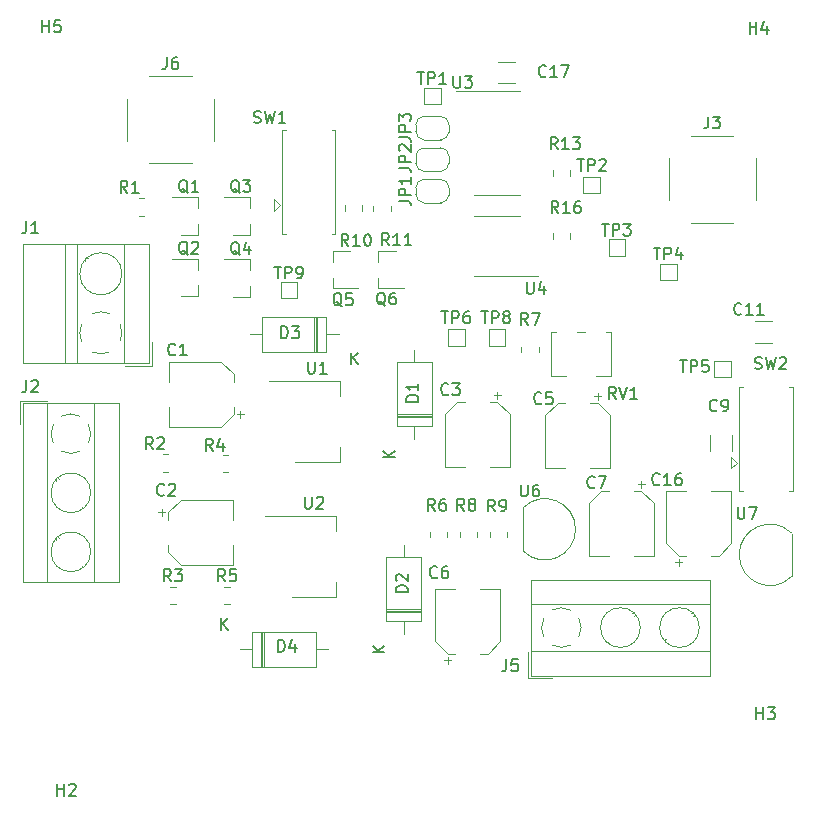
<source format=gbr>
%TF.GenerationSoftware,KiCad,Pcbnew,(5.1.8-0-10_14)*%
%TF.CreationDate,2022-02-24T11:49:15-06:00*%
%TF.ProjectId,SAQ_KiCad_one,5341515f-4b69-4436-9164-5f6f6e652e6b,rev?*%
%TF.SameCoordinates,Original*%
%TF.FileFunction,Legend,Top*%
%TF.FilePolarity,Positive*%
%FSLAX46Y46*%
G04 Gerber Fmt 4.6, Leading zero omitted, Abs format (unit mm)*
G04 Created by KiCad (PCBNEW (5.1.8-0-10_14)) date 2022-02-24 11:49:15*
%MOMM*%
%LPD*%
G01*
G04 APERTURE LIST*
%ADD10C,0.120000*%
%ADD11C,0.150000*%
G04 APERTURE END LIST*
D10*
%TO.C,U7*%
X170188500Y-60156500D02*
X170188500Y-56556500D01*
X170176978Y-56518022D02*
G75*
G03*
X165738500Y-58356500I-1838478J-1838478D01*
G01*
X170176978Y-60194978D02*
G75*
G02*
X165738500Y-58356500I-1838478J1838478D01*
G01*
%TO.C,JP3*%
X139063500Y-21225000D02*
X140463500Y-21225000D01*
X141163500Y-21925000D02*
X141163500Y-22525000D01*
X140463500Y-23225000D02*
X139063500Y-23225000D01*
X138363500Y-22525000D02*
X138363500Y-21925000D01*
X138363500Y-21925000D02*
G75*
G02*
X139063500Y-21225000I700000J0D01*
G01*
X139063500Y-23225000D02*
G75*
G02*
X138363500Y-22525000I0J700000D01*
G01*
X141163500Y-22525000D02*
G75*
G02*
X140463500Y-23225000I-700000J0D01*
G01*
X140463500Y-21225000D02*
G75*
G02*
X141163500Y-21925000I0J-700000D01*
G01*
%TO.C,JP2*%
X139063500Y-23892000D02*
X140463500Y-23892000D01*
X141163500Y-24592000D02*
X141163500Y-25192000D01*
X140463500Y-25892000D02*
X139063500Y-25892000D01*
X138363500Y-25192000D02*
X138363500Y-24592000D01*
X138363500Y-24592000D02*
G75*
G02*
X139063500Y-23892000I700000J0D01*
G01*
X139063500Y-25892000D02*
G75*
G02*
X138363500Y-25192000I0J700000D01*
G01*
X141163500Y-25192000D02*
G75*
G02*
X140463500Y-25892000I-700000J0D01*
G01*
X140463500Y-23892000D02*
G75*
G02*
X141163500Y-24592000I0J-700000D01*
G01*
%TO.C,JP1*%
X139063500Y-26559000D02*
X140463500Y-26559000D01*
X141163500Y-27259000D02*
X141163500Y-27859000D01*
X140463500Y-28559000D02*
X139063500Y-28559000D01*
X138363500Y-27859000D02*
X138363500Y-27259000D01*
X138363500Y-27259000D02*
G75*
G02*
X139063500Y-26559000I700000J0D01*
G01*
X139063500Y-28559000D02*
G75*
G02*
X138363500Y-27859000I0J700000D01*
G01*
X141163500Y-27859000D02*
G75*
G02*
X140463500Y-28559000I-700000J0D01*
G01*
X140463500Y-26559000D02*
G75*
G02*
X141163500Y-27259000I0J-700000D01*
G01*
%TO.C,J6*%
X115802000Y-17846500D02*
X119402000Y-17846500D01*
X115802000Y-25206500D02*
X119402000Y-25206500D01*
X121282000Y-19726500D02*
X121282000Y-23326500D01*
X113922000Y-19726500D02*
X113922000Y-23326500D01*
%TO.C,J3*%
X161649000Y-22863000D02*
X165249000Y-22863000D01*
X161649000Y-30223000D02*
X165249000Y-30223000D01*
X167129000Y-24743000D02*
X167129000Y-28343000D01*
X159769000Y-24743000D02*
X159769000Y-28343000D01*
%TO.C,U4*%
X145226000Y-34754500D02*
X148676000Y-34754500D01*
X145226000Y-34754500D02*
X143276000Y-34754500D01*
X145226000Y-29634500D02*
X147176000Y-29634500D01*
X145226000Y-29634500D02*
X143276000Y-29634500D01*
%TO.C,R11*%
X136244000Y-29246564D02*
X136244000Y-28792436D01*
X134774000Y-29246564D02*
X134774000Y-28792436D01*
%TO.C,U6*%
X147438500Y-54397500D02*
X147438500Y-57997500D01*
X147450022Y-58035978D02*
G75*
G03*
X151888500Y-56197500I1838478J1838478D01*
G01*
X147450022Y-54359022D02*
G75*
G02*
X151888500Y-56197500I1838478J-1838478D01*
G01*
%TO.C,U3*%
X145224500Y-19060000D02*
X141774500Y-19060000D01*
X145224500Y-19060000D02*
X147174500Y-19060000D01*
X145224500Y-27930000D02*
X143274500Y-27930000D01*
X145224500Y-27930000D02*
X147174500Y-27930000D01*
%TO.C,J5*%
X147885500Y-68816000D02*
X149885500Y-68816000D01*
X147885500Y-66576000D02*
X147885500Y-68816000D01*
X159505500Y-65492000D02*
X159411500Y-65585000D01*
X161755500Y-63241000D02*
X161696500Y-63300000D01*
X159675500Y-65732000D02*
X159616500Y-65790000D01*
X161960500Y-63447000D02*
X161866500Y-63540000D01*
X154505500Y-65492000D02*
X154411500Y-65585000D01*
X156755500Y-63241000D02*
X156696500Y-63300000D01*
X154675500Y-65732000D02*
X154616500Y-65790000D01*
X156960500Y-63447000D02*
X156866500Y-63540000D01*
X163245500Y-60456000D02*
X163245500Y-68576000D01*
X148125500Y-60456000D02*
X148125500Y-68576000D01*
X148125500Y-68576000D02*
X163245500Y-68576000D01*
X148125500Y-60456000D02*
X163245500Y-60456000D01*
X148125500Y-62516000D02*
X163245500Y-62516000D01*
X148125500Y-66516000D02*
X163245500Y-66516000D01*
X162365500Y-64516000D02*
G75*
G03*
X162365500Y-64516000I-1680000J0D01*
G01*
X157365500Y-64516000D02*
G75*
G03*
X157365500Y-64516000I-1680000J0D01*
G01*
X150714883Y-66196450D02*
G75*
G02*
X149896500Y-66000000I-29383J1680450D01*
G01*
X149201547Y-65305088D02*
G75*
G02*
X149201500Y-63727000I1483953J789088D01*
G01*
X149896412Y-63032047D02*
G75*
G02*
X151474500Y-63032000I789088J-1483953D01*
G01*
X152169453Y-63726912D02*
G75*
G02*
X152169500Y-65305000I-1483953J-789088D01*
G01*
X151474212Y-65999352D02*
G75*
G02*
X150685500Y-66196000I-788712J1483352D01*
G01*
%TO.C,C17*%
X146761252Y-16616000D02*
X145338748Y-16616000D01*
X146761252Y-18436000D02*
X145338748Y-18436000D01*
%TO.C,C16*%
X160308500Y-59002000D02*
X160933500Y-59002000D01*
X160621000Y-59314500D02*
X160621000Y-58689500D01*
X164001563Y-58449500D02*
X165066000Y-57385063D01*
X160610437Y-58449500D02*
X159546000Y-57385063D01*
X160610437Y-58449500D02*
X161246000Y-58449500D01*
X164001563Y-58449500D02*
X163366000Y-58449500D01*
X165066000Y-57385063D02*
X165066000Y-52929500D01*
X159546000Y-57385063D02*
X159546000Y-52929500D01*
X159546000Y-52929500D02*
X161246000Y-52929500D01*
X165066000Y-52929500D02*
X163366000Y-52929500D01*
%TO.C,C7*%
X157763000Y-52377000D02*
X157138000Y-52377000D01*
X157450500Y-52064500D02*
X157450500Y-52689500D01*
X154069937Y-52929500D02*
X153005500Y-53993937D01*
X157461063Y-52929500D02*
X158525500Y-53993937D01*
X157461063Y-52929500D02*
X156825500Y-52929500D01*
X154069937Y-52929500D02*
X154705500Y-52929500D01*
X153005500Y-53993937D02*
X153005500Y-58449500D01*
X158525500Y-53993937D02*
X158525500Y-58449500D01*
X158525500Y-58449500D02*
X156825500Y-58449500D01*
X153005500Y-58449500D02*
X154705500Y-58449500D01*
%TO.C,C11*%
X168541752Y-38587000D02*
X167119248Y-38587000D01*
X168541752Y-40407000D02*
X167119248Y-40407000D01*
%TO.C,TP9*%
X126935000Y-35241000D02*
X128335000Y-35241000D01*
X128335000Y-35241000D02*
X128335000Y-36641000D01*
X128335000Y-36641000D02*
X126935000Y-36641000D01*
X126935000Y-36641000D02*
X126935000Y-35241000D01*
%TO.C,TP8*%
X144524500Y-39241500D02*
X145924500Y-39241500D01*
X145924500Y-39241500D02*
X145924500Y-40641500D01*
X145924500Y-40641500D02*
X144524500Y-40641500D01*
X144524500Y-40641500D02*
X144524500Y-39241500D01*
%TO.C,TP6*%
X141095500Y-39241500D02*
X142495500Y-39241500D01*
X142495500Y-39241500D02*
X142495500Y-40641500D01*
X142495500Y-40641500D02*
X141095500Y-40641500D01*
X141095500Y-40641500D02*
X141095500Y-39241500D01*
%TO.C,TP5*%
X163638000Y-41908500D02*
X165038000Y-41908500D01*
X165038000Y-41908500D02*
X165038000Y-43308500D01*
X165038000Y-43308500D02*
X163638000Y-43308500D01*
X163638000Y-43308500D02*
X163638000Y-41908500D01*
%TO.C,TP4*%
X159066000Y-33717000D02*
X160466000Y-33717000D01*
X160466000Y-33717000D02*
X160466000Y-35117000D01*
X160466000Y-35117000D02*
X159066000Y-35117000D01*
X159066000Y-35117000D02*
X159066000Y-33717000D01*
%TO.C,TP3*%
X154684500Y-31621500D02*
X156084500Y-31621500D01*
X156084500Y-31621500D02*
X156084500Y-33021500D01*
X156084500Y-33021500D02*
X154684500Y-33021500D01*
X154684500Y-33021500D02*
X154684500Y-31621500D01*
%TO.C,TP2*%
X152525500Y-26351000D02*
X153925500Y-26351000D01*
X153925500Y-26351000D02*
X153925500Y-27751000D01*
X153925500Y-27751000D02*
X152525500Y-27751000D01*
X152525500Y-27751000D02*
X152525500Y-26351000D01*
%TO.C,TP1*%
X139063500Y-18794500D02*
X140463500Y-18794500D01*
X140463500Y-18794500D02*
X140463500Y-20194500D01*
X140463500Y-20194500D02*
X139063500Y-20194500D01*
X139063500Y-20194500D02*
X139063500Y-18794500D01*
%TO.C,U2*%
X125630500Y-55073500D02*
X131640500Y-55073500D01*
X127880500Y-61893500D02*
X131640500Y-61893500D01*
X131640500Y-55073500D02*
X131640500Y-56333500D01*
X131640500Y-61893500D02*
X131640500Y-60633500D01*
%TO.C,U1*%
X125891720Y-43651120D02*
X131901720Y-43651120D01*
X128141720Y-50471120D02*
X131901720Y-50471120D01*
X131901720Y-43651120D02*
X131901720Y-44911120D01*
X131901720Y-50471120D02*
X131901720Y-49211120D01*
%TO.C,SW2*%
X165061000Y-50046000D02*
X165061000Y-51046000D01*
X165561000Y-50546000D02*
X165061000Y-50046000D01*
X165061000Y-51046000D02*
X165561000Y-50546000D01*
X170281000Y-44136000D02*
X169971000Y-44136000D01*
X170281000Y-52956000D02*
X169971000Y-52956000D01*
X166071000Y-52956000D02*
X165761000Y-52956000D01*
X170281000Y-44136000D02*
X170281000Y-52956000D01*
X165761000Y-44136000D02*
X166071000Y-44136000D01*
X165761000Y-52956000D02*
X165761000Y-44136000D01*
%TO.C,SW1*%
X126326000Y-28265500D02*
X126326000Y-29265500D01*
X126826000Y-28765500D02*
X126326000Y-28265500D01*
X126326000Y-29265500D02*
X126826000Y-28765500D01*
X131546000Y-22355500D02*
X131236000Y-22355500D01*
X131546000Y-31175500D02*
X131236000Y-31175500D01*
X127336000Y-31175500D02*
X127026000Y-31175500D01*
X131546000Y-22355500D02*
X131546000Y-31175500D01*
X127026000Y-22355500D02*
X127336000Y-22355500D01*
X127026000Y-31175500D02*
X127026000Y-22355500D01*
%TO.C,RV1*%
X154856500Y-39468500D02*
X154856500Y-43208500D01*
X149816500Y-39468500D02*
X149816500Y-43208500D01*
X153576500Y-43208500D02*
X154856500Y-43208500D01*
X149816500Y-43208500D02*
X151096500Y-43208500D01*
X151976500Y-39468500D02*
X152696500Y-39468500D01*
X149816500Y-39468500D02*
X150196500Y-39468500D01*
X154476500Y-39468500D02*
X154856500Y-39468500D01*
%TO.C,R16*%
X149950500Y-31141936D02*
X149950500Y-31596064D01*
X151420500Y-31141936D02*
X151420500Y-31596064D01*
%TO.C,R13*%
X149950500Y-25807936D02*
X149950500Y-26262064D01*
X151420500Y-25807936D02*
X151420500Y-26262064D01*
%TO.C,R10*%
X132361000Y-28776436D02*
X132361000Y-29230564D01*
X133831000Y-28776436D02*
X133831000Y-29230564D01*
%TO.C,R9*%
X144616500Y-56414936D02*
X144616500Y-56869064D01*
X146086500Y-56414936D02*
X146086500Y-56869064D01*
%TO.C,R8*%
X143554500Y-56869064D02*
X143554500Y-56414936D01*
X142084500Y-56869064D02*
X142084500Y-56414936D01*
%TO.C,R7*%
X147283500Y-40730436D02*
X147283500Y-41184564D01*
X148753500Y-40730436D02*
X148753500Y-41184564D01*
%TO.C,R6*%
X139552500Y-56414936D02*
X139552500Y-56869064D01*
X141022500Y-56414936D02*
X141022500Y-56869064D01*
%TO.C,R5*%
X122153436Y-62520500D02*
X122607564Y-62520500D01*
X122153436Y-61050500D02*
X122607564Y-61050500D01*
%TO.C,R4*%
X122464564Y-49874500D02*
X122010436Y-49874500D01*
X122464564Y-51344500D02*
X122010436Y-51344500D01*
%TO.C,R3*%
X117565436Y-62520500D02*
X118019564Y-62520500D01*
X117565436Y-61050500D02*
X118019564Y-61050500D01*
%TO.C,R2*%
X117384564Y-49858500D02*
X116930436Y-49858500D01*
X117384564Y-51328500D02*
X116930436Y-51328500D01*
%TO.C,R1*%
X115352564Y-28157500D02*
X114898436Y-28157500D01*
X115352564Y-29627500D02*
X114898436Y-29627500D01*
%TO.C,Q6*%
X135193500Y-32646500D02*
X136653500Y-32646500D01*
X135193500Y-35806500D02*
X137353500Y-35806500D01*
X135193500Y-35806500D02*
X135193500Y-34876500D01*
X135193500Y-32646500D02*
X135193500Y-33576500D01*
%TO.C,Q5*%
X131320000Y-32646500D02*
X132780000Y-32646500D01*
X131320000Y-35806500D02*
X133480000Y-35806500D01*
X131320000Y-35806500D02*
X131320000Y-34876500D01*
X131320000Y-32646500D02*
X131320000Y-33576500D01*
%TO.C,Q4*%
X124310680Y-36505000D02*
X122850680Y-36505000D01*
X124310680Y-33345000D02*
X122150680Y-33345000D01*
X124310680Y-33345000D02*
X124310680Y-34275000D01*
X124310680Y-36505000D02*
X124310680Y-35575000D01*
%TO.C,Q3*%
X124310680Y-31247200D02*
X122850680Y-31247200D01*
X124310680Y-28087200D02*
X122150680Y-28087200D01*
X124310680Y-28087200D02*
X124310680Y-29017200D01*
X124310680Y-31247200D02*
X124310680Y-30317200D01*
%TO.C,Q2*%
X119911400Y-36471980D02*
X118451400Y-36471980D01*
X119911400Y-33311980D02*
X117751400Y-33311980D01*
X119911400Y-33311980D02*
X119911400Y-34241980D01*
X119911400Y-36471980D02*
X119911400Y-35541980D01*
%TO.C,Q1*%
X119911400Y-31247200D02*
X118451400Y-31247200D01*
X119911400Y-28087200D02*
X117751400Y-28087200D01*
X119911400Y-28087200D02*
X119911400Y-29017200D01*
X119911400Y-31247200D02*
X119911400Y-30317200D01*
%TO.C,J2*%
X104856500Y-45302500D02*
X104856500Y-47302500D01*
X107096500Y-45302500D02*
X104856500Y-45302500D01*
X108180500Y-56922500D02*
X108087500Y-56828500D01*
X110431500Y-59172500D02*
X110372500Y-59113500D01*
X107940500Y-57092500D02*
X107882500Y-57033500D01*
X110225500Y-59377500D02*
X110132500Y-59283500D01*
X108180500Y-51922500D02*
X108087500Y-51828500D01*
X110431500Y-54172500D02*
X110372500Y-54113500D01*
X107940500Y-52092500D02*
X107882500Y-52033500D01*
X110225500Y-54377500D02*
X110132500Y-54283500D01*
X113216500Y-60662500D02*
X105096500Y-60662500D01*
X113216500Y-45542500D02*
X105096500Y-45542500D01*
X105096500Y-45542500D02*
X105096500Y-60662500D01*
X113216500Y-45542500D02*
X113216500Y-60662500D01*
X111156500Y-45542500D02*
X111156500Y-60662500D01*
X107156500Y-45542500D02*
X107156500Y-60662500D01*
X110836500Y-58102500D02*
G75*
G03*
X110836500Y-58102500I-1680000J0D01*
G01*
X110836500Y-53102500D02*
G75*
G03*
X110836500Y-53102500I-1680000J0D01*
G01*
X107476050Y-48131883D02*
G75*
G02*
X107672500Y-47313500I1680450J29383D01*
G01*
X108367412Y-46618547D02*
G75*
G02*
X109945500Y-46618500I789088J-1483953D01*
G01*
X110640453Y-47313412D02*
G75*
G02*
X110640500Y-48891500I-1483953J-789088D01*
G01*
X109945588Y-49586453D02*
G75*
G02*
X108367500Y-49586500I-789088J1483953D01*
G01*
X107673148Y-48891212D02*
G75*
G02*
X107476500Y-48102500I1483352J788712D01*
G01*
%TO.C,J1*%
X115996500Y-42360500D02*
X115996500Y-40360500D01*
X113756500Y-42360500D02*
X115996500Y-42360500D01*
X112779500Y-35860500D02*
X112829500Y-35910500D01*
X110346500Y-33427500D02*
X110370500Y-33452500D01*
X113021500Y-35668500D02*
X113046500Y-35692500D01*
X110563500Y-33210500D02*
X110613500Y-33259500D01*
X105136500Y-32000500D02*
X115756500Y-32000500D01*
X105136500Y-42120500D02*
X115756500Y-42120500D01*
X115756500Y-42120500D02*
X115756500Y-32000500D01*
X105136500Y-42120500D02*
X105136500Y-32000500D01*
X108696500Y-42120500D02*
X108696500Y-32000500D01*
X109696500Y-42120500D02*
X109696500Y-32000500D01*
X113696500Y-42120500D02*
X113696500Y-32000500D01*
X113476500Y-34560500D02*
G75*
G03*
X113476500Y-34560500I-1780000J0D01*
G01*
X113476889Y-39529686D02*
G75*
G02*
X113335500Y-40256500I-1780389J-30814D01*
G01*
X112392016Y-41199705D02*
G75*
G02*
X111000500Y-41199500I-695516J1639205D01*
G01*
X110057295Y-40256016D02*
G75*
G02*
X110057500Y-38864500I1639205J695516D01*
G01*
X111000984Y-37921295D02*
G75*
G02*
X112392500Y-37921500I695516J-1639205D01*
G01*
X113334999Y-38864999D02*
G75*
G02*
X113476500Y-39560500I-1638499J-695501D01*
G01*
%TO.C,D4*%
X125250500Y-64887500D02*
X125250500Y-67827500D01*
X125490500Y-64887500D02*
X125490500Y-67827500D01*
X125370500Y-64887500D02*
X125370500Y-67827500D01*
X130930500Y-66357500D02*
X129910500Y-66357500D01*
X123450500Y-66357500D02*
X124470500Y-66357500D01*
X129910500Y-64887500D02*
X124470500Y-64887500D01*
X129910500Y-67827500D02*
X129910500Y-64887500D01*
X124470500Y-67827500D02*
X129910500Y-67827500D01*
X124470500Y-64887500D02*
X124470500Y-67827500D01*
%TO.C,D3*%
X130019500Y-41157500D02*
X130019500Y-38217500D01*
X129779500Y-41157500D02*
X129779500Y-38217500D01*
X129899500Y-41157500D02*
X129899500Y-38217500D01*
X124339500Y-39687500D02*
X125359500Y-39687500D01*
X131819500Y-39687500D02*
X130799500Y-39687500D01*
X125359500Y-41157500D02*
X130799500Y-41157500D01*
X125359500Y-38217500D02*
X125359500Y-41157500D01*
X130799500Y-38217500D02*
X125359500Y-38217500D01*
X130799500Y-41157500D02*
X130799500Y-38217500D01*
%TO.C,D2*%
X135880500Y-63217500D02*
X138820500Y-63217500D01*
X135880500Y-62977500D02*
X138820500Y-62977500D01*
X135880500Y-63097500D02*
X138820500Y-63097500D01*
X137350500Y-57537500D02*
X137350500Y-58557500D01*
X137350500Y-65017500D02*
X137350500Y-63997500D01*
X135880500Y-58557500D02*
X135880500Y-63997500D01*
X138820500Y-58557500D02*
X135880500Y-58557500D01*
X138820500Y-63997500D02*
X138820500Y-58557500D01*
X135880500Y-63997500D02*
X138820500Y-63997500D01*
%TO.C,D1*%
X136769500Y-46707500D02*
X139709500Y-46707500D01*
X136769500Y-46467500D02*
X139709500Y-46467500D01*
X136769500Y-46587500D02*
X139709500Y-46587500D01*
X138239500Y-41027500D02*
X138239500Y-42047500D01*
X138239500Y-48507500D02*
X138239500Y-47487500D01*
X136769500Y-42047500D02*
X136769500Y-47487500D01*
X139709500Y-42047500D02*
X136769500Y-42047500D01*
X139709500Y-47487500D02*
X139709500Y-42047500D01*
X136769500Y-47487500D02*
X139709500Y-47487500D01*
%TO.C,C9*%
X163301000Y-48183748D02*
X163301000Y-49606252D01*
X165121000Y-48183748D02*
X165121000Y-49606252D01*
%TO.C,C6*%
X140750500Y-67279500D02*
X141375500Y-67279500D01*
X141063000Y-67592000D02*
X141063000Y-66967000D01*
X144443563Y-66727000D02*
X145508000Y-65662563D01*
X141052437Y-66727000D02*
X139988000Y-65662563D01*
X141052437Y-66727000D02*
X141688000Y-66727000D01*
X144443563Y-66727000D02*
X143808000Y-66727000D01*
X145508000Y-65662563D02*
X145508000Y-61207000D01*
X139988000Y-65662563D02*
X139988000Y-61207000D01*
X139988000Y-61207000D02*
X141688000Y-61207000D01*
X145508000Y-61207000D02*
X143808000Y-61207000D01*
%TO.C,C5*%
X154080000Y-44925000D02*
X153455000Y-44925000D01*
X153767500Y-44612500D02*
X153767500Y-45237500D01*
X150386937Y-45477500D02*
X149322500Y-46541937D01*
X153778063Y-45477500D02*
X154842500Y-46541937D01*
X153778063Y-45477500D02*
X153142500Y-45477500D01*
X150386937Y-45477500D02*
X151022500Y-45477500D01*
X149322500Y-46541937D02*
X149322500Y-50997500D01*
X154842500Y-46541937D02*
X154842500Y-50997500D01*
X154842500Y-50997500D02*
X153142500Y-50997500D01*
X149322500Y-50997500D02*
X151022500Y-50997500D01*
%TO.C,C3*%
X145571000Y-44843000D02*
X144946000Y-44843000D01*
X145258500Y-44530500D02*
X145258500Y-45155500D01*
X141877937Y-45395500D02*
X140813500Y-46459937D01*
X145269063Y-45395500D02*
X146333500Y-46459937D01*
X145269063Y-45395500D02*
X144633500Y-45395500D01*
X141877937Y-45395500D02*
X142513500Y-45395500D01*
X140813500Y-46459937D02*
X140813500Y-50915500D01*
X146333500Y-46459937D02*
X146333500Y-50915500D01*
X146333500Y-50915500D02*
X144633500Y-50915500D01*
X140813500Y-50915500D02*
X142513500Y-50915500D01*
%TO.C,C2*%
X116852000Y-54454000D02*
X116852000Y-55079000D01*
X116539500Y-54766500D02*
X117164500Y-54766500D01*
X117404500Y-58147063D02*
X118468937Y-59211500D01*
X117404500Y-54755937D02*
X118468937Y-53691500D01*
X117404500Y-54755937D02*
X117404500Y-55391500D01*
X117404500Y-58147063D02*
X117404500Y-57511500D01*
X118468937Y-59211500D02*
X122924500Y-59211500D01*
X118468937Y-53691500D02*
X122924500Y-53691500D01*
X122924500Y-53691500D02*
X122924500Y-55391500D01*
X122924500Y-59211500D02*
X122924500Y-57511500D01*
%TO.C,C1*%
X123518000Y-46765000D02*
X123518000Y-46140000D01*
X123830500Y-46452500D02*
X123205500Y-46452500D01*
X122965500Y-43071937D02*
X121901063Y-42007500D01*
X122965500Y-46463063D02*
X121901063Y-47527500D01*
X122965500Y-46463063D02*
X122965500Y-45827500D01*
X122965500Y-43071937D02*
X122965500Y-43707500D01*
X121901063Y-42007500D02*
X117445500Y-42007500D01*
X121901063Y-47527500D02*
X117445500Y-47527500D01*
X117445500Y-47527500D02*
X117445500Y-45827500D01*
X117445500Y-42007500D02*
X117445500Y-43707500D01*
%TO.C,U7*%
D11*
X165608095Y-54316380D02*
X165608095Y-55125904D01*
X165655714Y-55221142D01*
X165703333Y-55268761D01*
X165798571Y-55316380D01*
X165989047Y-55316380D01*
X166084285Y-55268761D01*
X166131904Y-55221142D01*
X166179523Y-55125904D01*
X166179523Y-54316380D01*
X166560476Y-54316380D02*
X167227142Y-54316380D01*
X166798571Y-55316380D01*
%TO.C,JP3*%
X136929880Y-22994833D02*
X137644166Y-22994833D01*
X137787023Y-23042452D01*
X137882261Y-23137690D01*
X137929880Y-23280547D01*
X137929880Y-23375785D01*
X137929880Y-22518642D02*
X136929880Y-22518642D01*
X136929880Y-22137690D01*
X136977500Y-22042452D01*
X137025119Y-21994833D01*
X137120357Y-21947214D01*
X137263214Y-21947214D01*
X137358452Y-21994833D01*
X137406071Y-22042452D01*
X137453690Y-22137690D01*
X137453690Y-22518642D01*
X136929880Y-21613880D02*
X136929880Y-20994833D01*
X137310833Y-21328166D01*
X137310833Y-21185309D01*
X137358452Y-21090071D01*
X137406071Y-21042452D01*
X137501309Y-20994833D01*
X137739404Y-20994833D01*
X137834642Y-21042452D01*
X137882261Y-21090071D01*
X137929880Y-21185309D01*
X137929880Y-21471023D01*
X137882261Y-21566261D01*
X137834642Y-21613880D01*
%TO.C,JP2*%
X136929880Y-25598333D02*
X137644166Y-25598333D01*
X137787023Y-25645952D01*
X137882261Y-25741190D01*
X137929880Y-25884047D01*
X137929880Y-25979285D01*
X137929880Y-25122142D02*
X136929880Y-25122142D01*
X136929880Y-24741190D01*
X136977500Y-24645952D01*
X137025119Y-24598333D01*
X137120357Y-24550714D01*
X137263214Y-24550714D01*
X137358452Y-24598333D01*
X137406071Y-24645952D01*
X137453690Y-24741190D01*
X137453690Y-25122142D01*
X137025119Y-24169761D02*
X136977500Y-24122142D01*
X136929880Y-24026904D01*
X136929880Y-23788809D01*
X136977500Y-23693571D01*
X137025119Y-23645952D01*
X137120357Y-23598333D01*
X137215595Y-23598333D01*
X137358452Y-23645952D01*
X137929880Y-24217380D01*
X137929880Y-23598333D01*
%TO.C,JP1*%
X136929880Y-28392333D02*
X137644166Y-28392333D01*
X137787023Y-28439952D01*
X137882261Y-28535190D01*
X137929880Y-28678047D01*
X137929880Y-28773285D01*
X137929880Y-27916142D02*
X136929880Y-27916142D01*
X136929880Y-27535190D01*
X136977500Y-27439952D01*
X137025119Y-27392333D01*
X137120357Y-27344714D01*
X137263214Y-27344714D01*
X137358452Y-27392333D01*
X137406071Y-27439952D01*
X137453690Y-27535190D01*
X137453690Y-27916142D01*
X137929880Y-26392333D02*
X137929880Y-26963761D01*
X137929880Y-26678047D02*
X136929880Y-26678047D01*
X137072738Y-26773285D01*
X137167976Y-26868523D01*
X137215595Y-26963761D01*
%TO.C,J6*%
X117268666Y-16228880D02*
X117268666Y-16943166D01*
X117221047Y-17086023D01*
X117125809Y-17181261D01*
X116982952Y-17228880D01*
X116887714Y-17228880D01*
X118173428Y-16228880D02*
X117982952Y-16228880D01*
X117887714Y-16276500D01*
X117840095Y-16324119D01*
X117744857Y-16466976D01*
X117697238Y-16657452D01*
X117697238Y-17038404D01*
X117744857Y-17133642D01*
X117792476Y-17181261D01*
X117887714Y-17228880D01*
X118078190Y-17228880D01*
X118173428Y-17181261D01*
X118221047Y-17133642D01*
X118268666Y-17038404D01*
X118268666Y-16800309D01*
X118221047Y-16705071D01*
X118173428Y-16657452D01*
X118078190Y-16609833D01*
X117887714Y-16609833D01*
X117792476Y-16657452D01*
X117744857Y-16705071D01*
X117697238Y-16800309D01*
%TO.C,J3*%
X163115666Y-21245380D02*
X163115666Y-21959666D01*
X163068047Y-22102523D01*
X162972809Y-22197761D01*
X162829952Y-22245380D01*
X162734714Y-22245380D01*
X163496619Y-21245380D02*
X164115666Y-21245380D01*
X163782333Y-21626333D01*
X163925190Y-21626333D01*
X164020428Y-21673952D01*
X164068047Y-21721571D01*
X164115666Y-21816809D01*
X164115666Y-22054904D01*
X164068047Y-22150142D01*
X164020428Y-22197761D01*
X163925190Y-22245380D01*
X163639476Y-22245380D01*
X163544238Y-22197761D01*
X163496619Y-22150142D01*
%TO.C,U4*%
X147763555Y-35251140D02*
X147763555Y-36060664D01*
X147811174Y-36155902D01*
X147858793Y-36203521D01*
X147954031Y-36251140D01*
X148144507Y-36251140D01*
X148239745Y-36203521D01*
X148287364Y-36155902D01*
X148334983Y-36060664D01*
X148334983Y-35251140D01*
X149239745Y-35584474D02*
X149239745Y-36251140D01*
X149001650Y-35203521D02*
X148763555Y-35917807D01*
X149382602Y-35917807D01*
%TO.C,R11*%
X136072642Y-32138880D02*
X135739309Y-31662690D01*
X135501214Y-32138880D02*
X135501214Y-31138880D01*
X135882166Y-31138880D01*
X135977404Y-31186500D01*
X136025023Y-31234119D01*
X136072642Y-31329357D01*
X136072642Y-31472214D01*
X136025023Y-31567452D01*
X135977404Y-31615071D01*
X135882166Y-31662690D01*
X135501214Y-31662690D01*
X137025023Y-32138880D02*
X136453595Y-32138880D01*
X136739309Y-32138880D02*
X136739309Y-31138880D01*
X136644071Y-31281738D01*
X136548833Y-31376976D01*
X136453595Y-31424595D01*
X137977404Y-32138880D02*
X137405976Y-32138880D01*
X137691690Y-32138880D02*
X137691690Y-31138880D01*
X137596452Y-31281738D01*
X137501214Y-31376976D01*
X137405976Y-31424595D01*
%TO.C,U6*%
X147256595Y-52411380D02*
X147256595Y-53220904D01*
X147304214Y-53316142D01*
X147351833Y-53363761D01*
X147447071Y-53411380D01*
X147637547Y-53411380D01*
X147732785Y-53363761D01*
X147780404Y-53316142D01*
X147828023Y-53220904D01*
X147828023Y-52411380D01*
X148732785Y-52411380D02*
X148542309Y-52411380D01*
X148447071Y-52459000D01*
X148399452Y-52506619D01*
X148304214Y-52649476D01*
X148256595Y-52839952D01*
X148256595Y-53220904D01*
X148304214Y-53316142D01*
X148351833Y-53363761D01*
X148447071Y-53411380D01*
X148637547Y-53411380D01*
X148732785Y-53363761D01*
X148780404Y-53316142D01*
X148828023Y-53220904D01*
X148828023Y-52982809D01*
X148780404Y-52887571D01*
X148732785Y-52839952D01*
X148637547Y-52792333D01*
X148447071Y-52792333D01*
X148351833Y-52839952D01*
X148304214Y-52887571D01*
X148256595Y-52982809D01*
%TO.C,U3*%
X141541595Y-17803880D02*
X141541595Y-18613404D01*
X141589214Y-18708642D01*
X141636833Y-18756261D01*
X141732071Y-18803880D01*
X141922547Y-18803880D01*
X142017785Y-18756261D01*
X142065404Y-18708642D01*
X142113023Y-18613404D01*
X142113023Y-17803880D01*
X142493976Y-17803880D02*
X143113023Y-17803880D01*
X142779690Y-18184833D01*
X142922547Y-18184833D01*
X143017785Y-18232452D01*
X143065404Y-18280071D01*
X143113023Y-18375309D01*
X143113023Y-18613404D01*
X143065404Y-18708642D01*
X143017785Y-18756261D01*
X142922547Y-18803880D01*
X142636833Y-18803880D01*
X142541595Y-18756261D01*
X142493976Y-18708642D01*
%TO.C,J5*%
X146034166Y-67206880D02*
X146034166Y-67921166D01*
X145986547Y-68064023D01*
X145891309Y-68159261D01*
X145748452Y-68206880D01*
X145653214Y-68206880D01*
X146986547Y-67206880D02*
X146510357Y-67206880D01*
X146462738Y-67683071D01*
X146510357Y-67635452D01*
X146605595Y-67587833D01*
X146843690Y-67587833D01*
X146938928Y-67635452D01*
X146986547Y-67683071D01*
X147034166Y-67778309D01*
X147034166Y-68016404D01*
X146986547Y-68111642D01*
X146938928Y-68159261D01*
X146843690Y-68206880D01*
X146605595Y-68206880D01*
X146510357Y-68159261D01*
X146462738Y-68111642D01*
%TO.C,C17*%
X149382642Y-17819642D02*
X149335023Y-17867261D01*
X149192166Y-17914880D01*
X149096928Y-17914880D01*
X148954071Y-17867261D01*
X148858833Y-17772023D01*
X148811214Y-17676785D01*
X148763595Y-17486309D01*
X148763595Y-17343452D01*
X148811214Y-17152976D01*
X148858833Y-17057738D01*
X148954071Y-16962500D01*
X149096928Y-16914880D01*
X149192166Y-16914880D01*
X149335023Y-16962500D01*
X149382642Y-17010119D01*
X150335023Y-17914880D02*
X149763595Y-17914880D01*
X150049309Y-17914880D02*
X150049309Y-16914880D01*
X149954071Y-17057738D01*
X149858833Y-17152976D01*
X149763595Y-17200595D01*
X150668357Y-16914880D02*
X151335023Y-16914880D01*
X150906452Y-17914880D01*
%TO.C,C16*%
X158996142Y-52363642D02*
X158948523Y-52411261D01*
X158805666Y-52458880D01*
X158710428Y-52458880D01*
X158567571Y-52411261D01*
X158472333Y-52316023D01*
X158424714Y-52220785D01*
X158377095Y-52030309D01*
X158377095Y-51887452D01*
X158424714Y-51696976D01*
X158472333Y-51601738D01*
X158567571Y-51506500D01*
X158710428Y-51458880D01*
X158805666Y-51458880D01*
X158948523Y-51506500D01*
X158996142Y-51554119D01*
X159948523Y-52458880D02*
X159377095Y-52458880D01*
X159662809Y-52458880D02*
X159662809Y-51458880D01*
X159567571Y-51601738D01*
X159472333Y-51696976D01*
X159377095Y-51744595D01*
X160805666Y-51458880D02*
X160615190Y-51458880D01*
X160519952Y-51506500D01*
X160472333Y-51554119D01*
X160377095Y-51696976D01*
X160329476Y-51887452D01*
X160329476Y-52268404D01*
X160377095Y-52363642D01*
X160424714Y-52411261D01*
X160519952Y-52458880D01*
X160710428Y-52458880D01*
X160805666Y-52411261D01*
X160853285Y-52363642D01*
X160900904Y-52268404D01*
X160900904Y-52030309D01*
X160853285Y-51935071D01*
X160805666Y-51887452D01*
X160710428Y-51839833D01*
X160519952Y-51839833D01*
X160424714Y-51887452D01*
X160377095Y-51935071D01*
X160329476Y-52030309D01*
%TO.C,C7*%
X153503333Y-52617642D02*
X153455714Y-52665261D01*
X153312857Y-52712880D01*
X153217619Y-52712880D01*
X153074761Y-52665261D01*
X152979523Y-52570023D01*
X152931904Y-52474785D01*
X152884285Y-52284309D01*
X152884285Y-52141452D01*
X152931904Y-51950976D01*
X152979523Y-51855738D01*
X153074761Y-51760500D01*
X153217619Y-51712880D01*
X153312857Y-51712880D01*
X153455714Y-51760500D01*
X153503333Y-51808119D01*
X153836666Y-51712880D02*
X154503333Y-51712880D01*
X154074761Y-52712880D01*
%TO.C,C11*%
X165917642Y-37949142D02*
X165870023Y-37996761D01*
X165727166Y-38044380D01*
X165631928Y-38044380D01*
X165489071Y-37996761D01*
X165393833Y-37901523D01*
X165346214Y-37806285D01*
X165298595Y-37615809D01*
X165298595Y-37472952D01*
X165346214Y-37282476D01*
X165393833Y-37187238D01*
X165489071Y-37092000D01*
X165631928Y-37044380D01*
X165727166Y-37044380D01*
X165870023Y-37092000D01*
X165917642Y-37139619D01*
X166870023Y-38044380D02*
X166298595Y-38044380D01*
X166584309Y-38044380D02*
X166584309Y-37044380D01*
X166489071Y-37187238D01*
X166393833Y-37282476D01*
X166298595Y-37330095D01*
X167822404Y-38044380D02*
X167250976Y-38044380D01*
X167536690Y-38044380D02*
X167536690Y-37044380D01*
X167441452Y-37187238D01*
X167346214Y-37282476D01*
X167250976Y-37330095D01*
%TO.C,H5*%
X106738095Y-14104880D02*
X106738095Y-13104880D01*
X106738095Y-13581071D02*
X107309523Y-13581071D01*
X107309523Y-14104880D02*
X107309523Y-13104880D01*
X108261904Y-13104880D02*
X107785714Y-13104880D01*
X107738095Y-13581071D01*
X107785714Y-13533452D01*
X107880952Y-13485833D01*
X108119047Y-13485833D01*
X108214285Y-13533452D01*
X108261904Y-13581071D01*
X108309523Y-13676309D01*
X108309523Y-13914404D01*
X108261904Y-14009642D01*
X108214285Y-14057261D01*
X108119047Y-14104880D01*
X107880952Y-14104880D01*
X107785714Y-14057261D01*
X107738095Y-14009642D01*
%TO.C,H4*%
X166624095Y-14231880D02*
X166624095Y-13231880D01*
X166624095Y-13708071D02*
X167195523Y-13708071D01*
X167195523Y-14231880D02*
X167195523Y-13231880D01*
X168100285Y-13565214D02*
X168100285Y-14231880D01*
X167862190Y-13184261D02*
X167624095Y-13898547D01*
X168243142Y-13898547D01*
%TO.C,H3*%
X167195595Y-72270880D02*
X167195595Y-71270880D01*
X167195595Y-71747071D02*
X167767023Y-71747071D01*
X167767023Y-72270880D02*
X167767023Y-71270880D01*
X168147976Y-71270880D02*
X168767023Y-71270880D01*
X168433690Y-71651833D01*
X168576547Y-71651833D01*
X168671785Y-71699452D01*
X168719404Y-71747071D01*
X168767023Y-71842309D01*
X168767023Y-72080404D01*
X168719404Y-72175642D01*
X168671785Y-72223261D01*
X168576547Y-72270880D01*
X168290833Y-72270880D01*
X168195595Y-72223261D01*
X168147976Y-72175642D01*
%TO.C,H2*%
X108013595Y-78747880D02*
X108013595Y-77747880D01*
X108013595Y-78224071D02*
X108585023Y-78224071D01*
X108585023Y-78747880D02*
X108585023Y-77747880D01*
X109013595Y-77843119D02*
X109061214Y-77795500D01*
X109156452Y-77747880D01*
X109394547Y-77747880D01*
X109489785Y-77795500D01*
X109537404Y-77843119D01*
X109585023Y-77938357D01*
X109585023Y-78033595D01*
X109537404Y-78176452D01*
X108965976Y-78747880D01*
X109585023Y-78747880D01*
%TO.C,TP9*%
X126373095Y-33945380D02*
X126944523Y-33945380D01*
X126658809Y-34945380D02*
X126658809Y-33945380D01*
X127277857Y-34945380D02*
X127277857Y-33945380D01*
X127658809Y-33945380D01*
X127754047Y-33993000D01*
X127801666Y-34040619D01*
X127849285Y-34135857D01*
X127849285Y-34278714D01*
X127801666Y-34373952D01*
X127754047Y-34421571D01*
X127658809Y-34469190D01*
X127277857Y-34469190D01*
X128325476Y-34945380D02*
X128515952Y-34945380D01*
X128611190Y-34897761D01*
X128658809Y-34850142D01*
X128754047Y-34707285D01*
X128801666Y-34516809D01*
X128801666Y-34135857D01*
X128754047Y-34040619D01*
X128706428Y-33993000D01*
X128611190Y-33945380D01*
X128420714Y-33945380D01*
X128325476Y-33993000D01*
X128277857Y-34040619D01*
X128230238Y-34135857D01*
X128230238Y-34373952D01*
X128277857Y-34469190D01*
X128325476Y-34516809D01*
X128420714Y-34564428D01*
X128611190Y-34564428D01*
X128706428Y-34516809D01*
X128754047Y-34469190D01*
X128801666Y-34373952D01*
%TO.C,TP8*%
X143899095Y-37742880D02*
X144470523Y-37742880D01*
X144184809Y-38742880D02*
X144184809Y-37742880D01*
X144803857Y-38742880D02*
X144803857Y-37742880D01*
X145184809Y-37742880D01*
X145280047Y-37790500D01*
X145327666Y-37838119D01*
X145375285Y-37933357D01*
X145375285Y-38076214D01*
X145327666Y-38171452D01*
X145280047Y-38219071D01*
X145184809Y-38266690D01*
X144803857Y-38266690D01*
X145946714Y-38171452D02*
X145851476Y-38123833D01*
X145803857Y-38076214D01*
X145756238Y-37980976D01*
X145756238Y-37933357D01*
X145803857Y-37838119D01*
X145851476Y-37790500D01*
X145946714Y-37742880D01*
X146137190Y-37742880D01*
X146232428Y-37790500D01*
X146280047Y-37838119D01*
X146327666Y-37933357D01*
X146327666Y-37980976D01*
X146280047Y-38076214D01*
X146232428Y-38123833D01*
X146137190Y-38171452D01*
X145946714Y-38171452D01*
X145851476Y-38219071D01*
X145803857Y-38266690D01*
X145756238Y-38361928D01*
X145756238Y-38552404D01*
X145803857Y-38647642D01*
X145851476Y-38695261D01*
X145946714Y-38742880D01*
X146137190Y-38742880D01*
X146232428Y-38695261D01*
X146280047Y-38647642D01*
X146327666Y-38552404D01*
X146327666Y-38361928D01*
X146280047Y-38266690D01*
X146232428Y-38219071D01*
X146137190Y-38171452D01*
%TO.C,TP6*%
X140533595Y-37742880D02*
X141105023Y-37742880D01*
X140819309Y-38742880D02*
X140819309Y-37742880D01*
X141438357Y-38742880D02*
X141438357Y-37742880D01*
X141819309Y-37742880D01*
X141914547Y-37790500D01*
X141962166Y-37838119D01*
X142009785Y-37933357D01*
X142009785Y-38076214D01*
X141962166Y-38171452D01*
X141914547Y-38219071D01*
X141819309Y-38266690D01*
X141438357Y-38266690D01*
X142866928Y-37742880D02*
X142676452Y-37742880D01*
X142581214Y-37790500D01*
X142533595Y-37838119D01*
X142438357Y-37980976D01*
X142390738Y-38171452D01*
X142390738Y-38552404D01*
X142438357Y-38647642D01*
X142485976Y-38695261D01*
X142581214Y-38742880D01*
X142771690Y-38742880D01*
X142866928Y-38695261D01*
X142914547Y-38647642D01*
X142962166Y-38552404D01*
X142962166Y-38314309D01*
X142914547Y-38219071D01*
X142866928Y-38171452D01*
X142771690Y-38123833D01*
X142581214Y-38123833D01*
X142485976Y-38171452D01*
X142438357Y-38219071D01*
X142390738Y-38314309D01*
%TO.C,TP5*%
X160726595Y-41870380D02*
X161298023Y-41870380D01*
X161012309Y-42870380D02*
X161012309Y-41870380D01*
X161631357Y-42870380D02*
X161631357Y-41870380D01*
X162012309Y-41870380D01*
X162107547Y-41918000D01*
X162155166Y-41965619D01*
X162202785Y-42060857D01*
X162202785Y-42203714D01*
X162155166Y-42298952D01*
X162107547Y-42346571D01*
X162012309Y-42394190D01*
X161631357Y-42394190D01*
X163107547Y-41870380D02*
X162631357Y-41870380D01*
X162583738Y-42346571D01*
X162631357Y-42298952D01*
X162726595Y-42251333D01*
X162964690Y-42251333D01*
X163059928Y-42298952D01*
X163107547Y-42346571D01*
X163155166Y-42441809D01*
X163155166Y-42679904D01*
X163107547Y-42775142D01*
X163059928Y-42822761D01*
X162964690Y-42870380D01*
X162726595Y-42870380D01*
X162631357Y-42822761D01*
X162583738Y-42775142D01*
%TO.C,TP4*%
X158504095Y-32345380D02*
X159075523Y-32345380D01*
X158789809Y-33345380D02*
X158789809Y-32345380D01*
X159408857Y-33345380D02*
X159408857Y-32345380D01*
X159789809Y-32345380D01*
X159885047Y-32393000D01*
X159932666Y-32440619D01*
X159980285Y-32535857D01*
X159980285Y-32678714D01*
X159932666Y-32773952D01*
X159885047Y-32821571D01*
X159789809Y-32869190D01*
X159408857Y-32869190D01*
X160837428Y-32678714D02*
X160837428Y-33345380D01*
X160599333Y-32297761D02*
X160361238Y-33012047D01*
X160980285Y-33012047D01*
%TO.C,TP3*%
X154122595Y-30325880D02*
X154694023Y-30325880D01*
X154408309Y-31325880D02*
X154408309Y-30325880D01*
X155027357Y-31325880D02*
X155027357Y-30325880D01*
X155408309Y-30325880D01*
X155503547Y-30373500D01*
X155551166Y-30421119D01*
X155598785Y-30516357D01*
X155598785Y-30659214D01*
X155551166Y-30754452D01*
X155503547Y-30802071D01*
X155408309Y-30849690D01*
X155027357Y-30849690D01*
X155932119Y-30325880D02*
X156551166Y-30325880D01*
X156217833Y-30706833D01*
X156360690Y-30706833D01*
X156455928Y-30754452D01*
X156503547Y-30802071D01*
X156551166Y-30897309D01*
X156551166Y-31135404D01*
X156503547Y-31230642D01*
X156455928Y-31278261D01*
X156360690Y-31325880D01*
X156074976Y-31325880D01*
X155979738Y-31278261D01*
X155932119Y-31230642D01*
%TO.C,TP2*%
X152027095Y-24852380D02*
X152598523Y-24852380D01*
X152312809Y-25852380D02*
X152312809Y-24852380D01*
X152931857Y-25852380D02*
X152931857Y-24852380D01*
X153312809Y-24852380D01*
X153408047Y-24900000D01*
X153455666Y-24947619D01*
X153503285Y-25042857D01*
X153503285Y-25185714D01*
X153455666Y-25280952D01*
X153408047Y-25328571D01*
X153312809Y-25376190D01*
X152931857Y-25376190D01*
X153884238Y-24947619D02*
X153931857Y-24900000D01*
X154027095Y-24852380D01*
X154265190Y-24852380D01*
X154360428Y-24900000D01*
X154408047Y-24947619D01*
X154455666Y-25042857D01*
X154455666Y-25138095D01*
X154408047Y-25280952D01*
X153836619Y-25852380D01*
X154455666Y-25852380D01*
%TO.C,TP1*%
X138501595Y-17498880D02*
X139073023Y-17498880D01*
X138787309Y-18498880D02*
X138787309Y-17498880D01*
X139406357Y-18498880D02*
X139406357Y-17498880D01*
X139787309Y-17498880D01*
X139882547Y-17546500D01*
X139930166Y-17594119D01*
X139977785Y-17689357D01*
X139977785Y-17832214D01*
X139930166Y-17927452D01*
X139882547Y-17975071D01*
X139787309Y-18022690D01*
X139406357Y-18022690D01*
X140930166Y-18498880D02*
X140358738Y-18498880D01*
X140644452Y-18498880D02*
X140644452Y-17498880D01*
X140549214Y-17641738D01*
X140453976Y-17736976D01*
X140358738Y-17784595D01*
%TO.C,U2*%
X128968595Y-53435880D02*
X128968595Y-54245404D01*
X129016214Y-54340642D01*
X129063833Y-54388261D01*
X129159071Y-54435880D01*
X129349547Y-54435880D01*
X129444785Y-54388261D01*
X129492404Y-54340642D01*
X129540023Y-54245404D01*
X129540023Y-53435880D01*
X129968595Y-53531119D02*
X130016214Y-53483500D01*
X130111452Y-53435880D01*
X130349547Y-53435880D01*
X130444785Y-53483500D01*
X130492404Y-53531119D01*
X130540023Y-53626357D01*
X130540023Y-53721595D01*
X130492404Y-53864452D01*
X129920976Y-54435880D01*
X130540023Y-54435880D01*
%TO.C,U1*%
X129229815Y-42013500D02*
X129229815Y-42823024D01*
X129277434Y-42918262D01*
X129325053Y-42965881D01*
X129420291Y-43013500D01*
X129610767Y-43013500D01*
X129706005Y-42965881D01*
X129753624Y-42918262D01*
X129801243Y-42823024D01*
X129801243Y-42013500D01*
X130801243Y-43013500D02*
X130229815Y-43013500D01*
X130515529Y-43013500D02*
X130515529Y-42013500D01*
X130420291Y-42156358D01*
X130325053Y-42251596D01*
X130229815Y-42299215D01*
%TO.C,SW2*%
X167068666Y-42568761D02*
X167211523Y-42616380D01*
X167449619Y-42616380D01*
X167544857Y-42568761D01*
X167592476Y-42521142D01*
X167640095Y-42425904D01*
X167640095Y-42330666D01*
X167592476Y-42235428D01*
X167544857Y-42187809D01*
X167449619Y-42140190D01*
X167259142Y-42092571D01*
X167163904Y-42044952D01*
X167116285Y-41997333D01*
X167068666Y-41902095D01*
X167068666Y-41806857D01*
X167116285Y-41711619D01*
X167163904Y-41664000D01*
X167259142Y-41616380D01*
X167497238Y-41616380D01*
X167640095Y-41664000D01*
X167973428Y-41616380D02*
X168211523Y-42616380D01*
X168402000Y-41902095D01*
X168592476Y-42616380D01*
X168830571Y-41616380D01*
X169163904Y-41711619D02*
X169211523Y-41664000D01*
X169306761Y-41616380D01*
X169544857Y-41616380D01*
X169640095Y-41664000D01*
X169687714Y-41711619D01*
X169735333Y-41806857D01*
X169735333Y-41902095D01*
X169687714Y-42044952D01*
X169116285Y-42616380D01*
X169735333Y-42616380D01*
%TO.C,SW1*%
X124650666Y-21740761D02*
X124793523Y-21788380D01*
X125031619Y-21788380D01*
X125126857Y-21740761D01*
X125174476Y-21693142D01*
X125222095Y-21597904D01*
X125222095Y-21502666D01*
X125174476Y-21407428D01*
X125126857Y-21359809D01*
X125031619Y-21312190D01*
X124841142Y-21264571D01*
X124745904Y-21216952D01*
X124698285Y-21169333D01*
X124650666Y-21074095D01*
X124650666Y-20978857D01*
X124698285Y-20883619D01*
X124745904Y-20836000D01*
X124841142Y-20788380D01*
X125079238Y-20788380D01*
X125222095Y-20836000D01*
X125555428Y-20788380D02*
X125793523Y-21788380D01*
X125984000Y-21074095D01*
X126174476Y-21788380D01*
X126412571Y-20788380D01*
X127317333Y-21788380D02*
X126745904Y-21788380D01*
X127031619Y-21788380D02*
X127031619Y-20788380D01*
X126936380Y-20931238D01*
X126841142Y-21026476D01*
X126745904Y-21074095D01*
%TO.C,RV1*%
X155297261Y-45156380D02*
X154963928Y-44680190D01*
X154725833Y-45156380D02*
X154725833Y-44156380D01*
X155106785Y-44156380D01*
X155202023Y-44204000D01*
X155249642Y-44251619D01*
X155297261Y-44346857D01*
X155297261Y-44489714D01*
X155249642Y-44584952D01*
X155202023Y-44632571D01*
X155106785Y-44680190D01*
X154725833Y-44680190D01*
X155582976Y-44156380D02*
X155916309Y-45156380D01*
X156249642Y-44156380D01*
X157106785Y-45156380D02*
X156535357Y-45156380D01*
X156821071Y-45156380D02*
X156821071Y-44156380D01*
X156725833Y-44299238D01*
X156630595Y-44394476D01*
X156535357Y-44442095D01*
%TO.C,R16*%
X150423642Y-29408380D02*
X150090309Y-28932190D01*
X149852214Y-29408380D02*
X149852214Y-28408380D01*
X150233166Y-28408380D01*
X150328404Y-28456000D01*
X150376023Y-28503619D01*
X150423642Y-28598857D01*
X150423642Y-28741714D01*
X150376023Y-28836952D01*
X150328404Y-28884571D01*
X150233166Y-28932190D01*
X149852214Y-28932190D01*
X151376023Y-29408380D02*
X150804595Y-29408380D01*
X151090309Y-29408380D02*
X151090309Y-28408380D01*
X150995071Y-28551238D01*
X150899833Y-28646476D01*
X150804595Y-28694095D01*
X152233166Y-28408380D02*
X152042690Y-28408380D01*
X151947452Y-28456000D01*
X151899833Y-28503619D01*
X151804595Y-28646476D01*
X151756976Y-28836952D01*
X151756976Y-29217904D01*
X151804595Y-29313142D01*
X151852214Y-29360761D01*
X151947452Y-29408380D01*
X152137928Y-29408380D01*
X152233166Y-29360761D01*
X152280785Y-29313142D01*
X152328404Y-29217904D01*
X152328404Y-28979809D01*
X152280785Y-28884571D01*
X152233166Y-28836952D01*
X152137928Y-28789333D01*
X151947452Y-28789333D01*
X151852214Y-28836952D01*
X151804595Y-28884571D01*
X151756976Y-28979809D01*
%TO.C,R13*%
X150360142Y-24010880D02*
X150026809Y-23534690D01*
X149788714Y-24010880D02*
X149788714Y-23010880D01*
X150169666Y-23010880D01*
X150264904Y-23058500D01*
X150312523Y-23106119D01*
X150360142Y-23201357D01*
X150360142Y-23344214D01*
X150312523Y-23439452D01*
X150264904Y-23487071D01*
X150169666Y-23534690D01*
X149788714Y-23534690D01*
X151312523Y-24010880D02*
X150741095Y-24010880D01*
X151026809Y-24010880D02*
X151026809Y-23010880D01*
X150931571Y-23153738D01*
X150836333Y-23248976D01*
X150741095Y-23296595D01*
X151645857Y-23010880D02*
X152264904Y-23010880D01*
X151931571Y-23391833D01*
X152074428Y-23391833D01*
X152169666Y-23439452D01*
X152217285Y-23487071D01*
X152264904Y-23582309D01*
X152264904Y-23820404D01*
X152217285Y-23915642D01*
X152169666Y-23963261D01*
X152074428Y-24010880D01*
X151788714Y-24010880D01*
X151693476Y-23963261D01*
X151645857Y-23915642D01*
%TO.C,R10*%
X132643642Y-32202380D02*
X132310309Y-31726190D01*
X132072214Y-32202380D02*
X132072214Y-31202380D01*
X132453166Y-31202380D01*
X132548404Y-31250000D01*
X132596023Y-31297619D01*
X132643642Y-31392857D01*
X132643642Y-31535714D01*
X132596023Y-31630952D01*
X132548404Y-31678571D01*
X132453166Y-31726190D01*
X132072214Y-31726190D01*
X133596023Y-32202380D02*
X133024595Y-32202380D01*
X133310309Y-32202380D02*
X133310309Y-31202380D01*
X133215071Y-31345238D01*
X133119833Y-31440476D01*
X133024595Y-31488095D01*
X134215071Y-31202380D02*
X134310309Y-31202380D01*
X134405547Y-31250000D01*
X134453166Y-31297619D01*
X134500785Y-31392857D01*
X134548404Y-31583333D01*
X134548404Y-31821428D01*
X134500785Y-32011904D01*
X134453166Y-32107142D01*
X134405547Y-32154761D01*
X134310309Y-32202380D01*
X134215071Y-32202380D01*
X134119833Y-32154761D01*
X134072214Y-32107142D01*
X134024595Y-32011904D01*
X133976976Y-31821428D01*
X133976976Y-31583333D01*
X134024595Y-31392857D01*
X134072214Y-31297619D01*
X134119833Y-31250000D01*
X134215071Y-31202380D01*
%TO.C,R9*%
X145057833Y-54681380D02*
X144724500Y-54205190D01*
X144486404Y-54681380D02*
X144486404Y-53681380D01*
X144867357Y-53681380D01*
X144962595Y-53729000D01*
X145010214Y-53776619D01*
X145057833Y-53871857D01*
X145057833Y-54014714D01*
X145010214Y-54109952D01*
X144962595Y-54157571D01*
X144867357Y-54205190D01*
X144486404Y-54205190D01*
X145534023Y-54681380D02*
X145724500Y-54681380D01*
X145819738Y-54633761D01*
X145867357Y-54586142D01*
X145962595Y-54443285D01*
X146010214Y-54252809D01*
X146010214Y-53871857D01*
X145962595Y-53776619D01*
X145914976Y-53729000D01*
X145819738Y-53681380D01*
X145629261Y-53681380D01*
X145534023Y-53729000D01*
X145486404Y-53776619D01*
X145438785Y-53871857D01*
X145438785Y-54109952D01*
X145486404Y-54205190D01*
X145534023Y-54252809D01*
X145629261Y-54300428D01*
X145819738Y-54300428D01*
X145914976Y-54252809D01*
X145962595Y-54205190D01*
X146010214Y-54109952D01*
%TO.C,R8*%
X142462333Y-54617880D02*
X142129000Y-54141690D01*
X141890904Y-54617880D02*
X141890904Y-53617880D01*
X142271857Y-53617880D01*
X142367095Y-53665500D01*
X142414714Y-53713119D01*
X142462333Y-53808357D01*
X142462333Y-53951214D01*
X142414714Y-54046452D01*
X142367095Y-54094071D01*
X142271857Y-54141690D01*
X141890904Y-54141690D01*
X143033761Y-54046452D02*
X142938523Y-53998833D01*
X142890904Y-53951214D01*
X142843285Y-53855976D01*
X142843285Y-53808357D01*
X142890904Y-53713119D01*
X142938523Y-53665500D01*
X143033761Y-53617880D01*
X143224238Y-53617880D01*
X143319476Y-53665500D01*
X143367095Y-53713119D01*
X143414714Y-53808357D01*
X143414714Y-53855976D01*
X143367095Y-53951214D01*
X143319476Y-53998833D01*
X143224238Y-54046452D01*
X143033761Y-54046452D01*
X142938523Y-54094071D01*
X142890904Y-54141690D01*
X142843285Y-54236928D01*
X142843285Y-54427404D01*
X142890904Y-54522642D01*
X142938523Y-54570261D01*
X143033761Y-54617880D01*
X143224238Y-54617880D01*
X143319476Y-54570261D01*
X143367095Y-54522642D01*
X143414714Y-54427404D01*
X143414714Y-54236928D01*
X143367095Y-54141690D01*
X143319476Y-54094071D01*
X143224238Y-54046452D01*
%TO.C,R7*%
X147851833Y-38869880D02*
X147518500Y-38393690D01*
X147280404Y-38869880D02*
X147280404Y-37869880D01*
X147661357Y-37869880D01*
X147756595Y-37917500D01*
X147804214Y-37965119D01*
X147851833Y-38060357D01*
X147851833Y-38203214D01*
X147804214Y-38298452D01*
X147756595Y-38346071D01*
X147661357Y-38393690D01*
X147280404Y-38393690D01*
X148185166Y-37869880D02*
X148851833Y-37869880D01*
X148423261Y-38869880D01*
%TO.C,R6*%
X139977833Y-54617880D02*
X139644500Y-54141690D01*
X139406404Y-54617880D02*
X139406404Y-53617880D01*
X139787357Y-53617880D01*
X139882595Y-53665500D01*
X139930214Y-53713119D01*
X139977833Y-53808357D01*
X139977833Y-53951214D01*
X139930214Y-54046452D01*
X139882595Y-54094071D01*
X139787357Y-54141690D01*
X139406404Y-54141690D01*
X140834976Y-53617880D02*
X140644500Y-53617880D01*
X140549261Y-53665500D01*
X140501642Y-53713119D01*
X140406404Y-53855976D01*
X140358785Y-54046452D01*
X140358785Y-54427404D01*
X140406404Y-54522642D01*
X140454023Y-54570261D01*
X140549261Y-54617880D01*
X140739738Y-54617880D01*
X140834976Y-54570261D01*
X140882595Y-54522642D01*
X140930214Y-54427404D01*
X140930214Y-54189309D01*
X140882595Y-54094071D01*
X140834976Y-54046452D01*
X140739738Y-53998833D01*
X140549261Y-53998833D01*
X140454023Y-54046452D01*
X140406404Y-54094071D01*
X140358785Y-54189309D01*
%TO.C,R5*%
X122213833Y-60587880D02*
X121880500Y-60111690D01*
X121642404Y-60587880D02*
X121642404Y-59587880D01*
X122023357Y-59587880D01*
X122118595Y-59635500D01*
X122166214Y-59683119D01*
X122213833Y-59778357D01*
X122213833Y-59921214D01*
X122166214Y-60016452D01*
X122118595Y-60064071D01*
X122023357Y-60111690D01*
X121642404Y-60111690D01*
X123118595Y-59587880D02*
X122642404Y-59587880D01*
X122594785Y-60064071D01*
X122642404Y-60016452D01*
X122737642Y-59968833D01*
X122975738Y-59968833D01*
X123070976Y-60016452D01*
X123118595Y-60064071D01*
X123166214Y-60159309D01*
X123166214Y-60397404D01*
X123118595Y-60492642D01*
X123070976Y-60540261D01*
X122975738Y-60587880D01*
X122737642Y-60587880D01*
X122642404Y-60540261D01*
X122594785Y-60492642D01*
%TO.C,R4*%
X121181833Y-49537880D02*
X120848500Y-49061690D01*
X120610404Y-49537880D02*
X120610404Y-48537880D01*
X120991357Y-48537880D01*
X121086595Y-48585500D01*
X121134214Y-48633119D01*
X121181833Y-48728357D01*
X121181833Y-48871214D01*
X121134214Y-48966452D01*
X121086595Y-49014071D01*
X120991357Y-49061690D01*
X120610404Y-49061690D01*
X122038976Y-48871214D02*
X122038976Y-49537880D01*
X121800880Y-48490261D02*
X121562785Y-49204547D01*
X122181833Y-49204547D01*
%TO.C,R3*%
X117625833Y-60587880D02*
X117292500Y-60111690D01*
X117054404Y-60587880D02*
X117054404Y-59587880D01*
X117435357Y-59587880D01*
X117530595Y-59635500D01*
X117578214Y-59683119D01*
X117625833Y-59778357D01*
X117625833Y-59921214D01*
X117578214Y-60016452D01*
X117530595Y-60064071D01*
X117435357Y-60111690D01*
X117054404Y-60111690D01*
X117959166Y-59587880D02*
X118578214Y-59587880D01*
X118244880Y-59968833D01*
X118387738Y-59968833D01*
X118482976Y-60016452D01*
X118530595Y-60064071D01*
X118578214Y-60159309D01*
X118578214Y-60397404D01*
X118530595Y-60492642D01*
X118482976Y-60540261D01*
X118387738Y-60587880D01*
X118102023Y-60587880D01*
X118006785Y-60540261D01*
X117959166Y-60492642D01*
%TO.C,R2*%
X116101833Y-49410880D02*
X115768500Y-48934690D01*
X115530404Y-49410880D02*
X115530404Y-48410880D01*
X115911357Y-48410880D01*
X116006595Y-48458500D01*
X116054214Y-48506119D01*
X116101833Y-48601357D01*
X116101833Y-48744214D01*
X116054214Y-48839452D01*
X116006595Y-48887071D01*
X115911357Y-48934690D01*
X115530404Y-48934690D01*
X116482785Y-48506119D02*
X116530404Y-48458500D01*
X116625642Y-48410880D01*
X116863738Y-48410880D01*
X116958976Y-48458500D01*
X117006595Y-48506119D01*
X117054214Y-48601357D01*
X117054214Y-48696595D01*
X117006595Y-48839452D01*
X116435166Y-49410880D01*
X117054214Y-49410880D01*
%TO.C,R1*%
X113942833Y-27693880D02*
X113609500Y-27217690D01*
X113371404Y-27693880D02*
X113371404Y-26693880D01*
X113752357Y-26693880D01*
X113847595Y-26741500D01*
X113895214Y-26789119D01*
X113942833Y-26884357D01*
X113942833Y-27027214D01*
X113895214Y-27122452D01*
X113847595Y-27170071D01*
X113752357Y-27217690D01*
X113371404Y-27217690D01*
X114895214Y-27693880D02*
X114323785Y-27693880D01*
X114609500Y-27693880D02*
X114609500Y-26693880D01*
X114514261Y-26836738D01*
X114419023Y-26931976D01*
X114323785Y-26979595D01*
%TO.C,Q6*%
X135794761Y-37250619D02*
X135699523Y-37203000D01*
X135604285Y-37107761D01*
X135461428Y-36964904D01*
X135366190Y-36917285D01*
X135270952Y-36917285D01*
X135318571Y-37155380D02*
X135223333Y-37107761D01*
X135128095Y-37012523D01*
X135080476Y-36822047D01*
X135080476Y-36488714D01*
X135128095Y-36298238D01*
X135223333Y-36203000D01*
X135318571Y-36155380D01*
X135509047Y-36155380D01*
X135604285Y-36203000D01*
X135699523Y-36298238D01*
X135747142Y-36488714D01*
X135747142Y-36822047D01*
X135699523Y-37012523D01*
X135604285Y-37107761D01*
X135509047Y-37155380D01*
X135318571Y-37155380D01*
X136604285Y-36155380D02*
X136413809Y-36155380D01*
X136318571Y-36203000D01*
X136270952Y-36250619D01*
X136175714Y-36393476D01*
X136128095Y-36583952D01*
X136128095Y-36964904D01*
X136175714Y-37060142D01*
X136223333Y-37107761D01*
X136318571Y-37155380D01*
X136509047Y-37155380D01*
X136604285Y-37107761D01*
X136651904Y-37060142D01*
X136699523Y-36964904D01*
X136699523Y-36726809D01*
X136651904Y-36631571D01*
X136604285Y-36583952D01*
X136509047Y-36536333D01*
X136318571Y-36536333D01*
X136223333Y-36583952D01*
X136175714Y-36631571D01*
X136128095Y-36726809D01*
%TO.C,Q5*%
X132111761Y-37314119D02*
X132016523Y-37266500D01*
X131921285Y-37171261D01*
X131778428Y-37028404D01*
X131683190Y-36980785D01*
X131587952Y-36980785D01*
X131635571Y-37218880D02*
X131540333Y-37171261D01*
X131445095Y-37076023D01*
X131397476Y-36885547D01*
X131397476Y-36552214D01*
X131445095Y-36361738D01*
X131540333Y-36266500D01*
X131635571Y-36218880D01*
X131826047Y-36218880D01*
X131921285Y-36266500D01*
X132016523Y-36361738D01*
X132064142Y-36552214D01*
X132064142Y-36885547D01*
X132016523Y-37076023D01*
X131921285Y-37171261D01*
X131826047Y-37218880D01*
X131635571Y-37218880D01*
X132968904Y-36218880D02*
X132492714Y-36218880D01*
X132445095Y-36695071D01*
X132492714Y-36647452D01*
X132587952Y-36599833D01*
X132826047Y-36599833D01*
X132921285Y-36647452D01*
X132968904Y-36695071D01*
X133016523Y-36790309D01*
X133016523Y-37028404D01*
X132968904Y-37123642D01*
X132921285Y-37171261D01*
X132826047Y-37218880D01*
X132587952Y-37218880D01*
X132492714Y-37171261D01*
X132445095Y-37123642D01*
%TO.C,Q4*%
X123455441Y-32972619D02*
X123360203Y-32925000D01*
X123264965Y-32829761D01*
X123122108Y-32686904D01*
X123026870Y-32639285D01*
X122931632Y-32639285D01*
X122979251Y-32877380D02*
X122884013Y-32829761D01*
X122788775Y-32734523D01*
X122741156Y-32544047D01*
X122741156Y-32210714D01*
X122788775Y-32020238D01*
X122884013Y-31925000D01*
X122979251Y-31877380D01*
X123169727Y-31877380D01*
X123264965Y-31925000D01*
X123360203Y-32020238D01*
X123407822Y-32210714D01*
X123407822Y-32544047D01*
X123360203Y-32734523D01*
X123264965Y-32829761D01*
X123169727Y-32877380D01*
X122979251Y-32877380D01*
X124264965Y-32210714D02*
X124264965Y-32877380D01*
X124026870Y-31829761D02*
X123788775Y-32544047D01*
X124407822Y-32544047D01*
%TO.C,Q3*%
X123455441Y-27714819D02*
X123360203Y-27667200D01*
X123264965Y-27571961D01*
X123122108Y-27429104D01*
X123026870Y-27381485D01*
X122931632Y-27381485D01*
X122979251Y-27619580D02*
X122884013Y-27571961D01*
X122788775Y-27476723D01*
X122741156Y-27286247D01*
X122741156Y-26952914D01*
X122788775Y-26762438D01*
X122884013Y-26667200D01*
X122979251Y-26619580D01*
X123169727Y-26619580D01*
X123264965Y-26667200D01*
X123360203Y-26762438D01*
X123407822Y-26952914D01*
X123407822Y-27286247D01*
X123360203Y-27476723D01*
X123264965Y-27571961D01*
X123169727Y-27619580D01*
X122979251Y-27619580D01*
X123741156Y-26619580D02*
X124360203Y-26619580D01*
X124026870Y-27000533D01*
X124169727Y-27000533D01*
X124264965Y-27048152D01*
X124312584Y-27095771D01*
X124360203Y-27191009D01*
X124360203Y-27429104D01*
X124312584Y-27524342D01*
X124264965Y-27571961D01*
X124169727Y-27619580D01*
X123884013Y-27619580D01*
X123788775Y-27571961D01*
X123741156Y-27524342D01*
%TO.C,Q2*%
X119056161Y-32939599D02*
X118960923Y-32891980D01*
X118865685Y-32796741D01*
X118722828Y-32653884D01*
X118627590Y-32606265D01*
X118532352Y-32606265D01*
X118579971Y-32844360D02*
X118484733Y-32796741D01*
X118389495Y-32701503D01*
X118341876Y-32511027D01*
X118341876Y-32177694D01*
X118389495Y-31987218D01*
X118484733Y-31891980D01*
X118579971Y-31844360D01*
X118770447Y-31844360D01*
X118865685Y-31891980D01*
X118960923Y-31987218D01*
X119008542Y-32177694D01*
X119008542Y-32511027D01*
X118960923Y-32701503D01*
X118865685Y-32796741D01*
X118770447Y-32844360D01*
X118579971Y-32844360D01*
X119389495Y-31939599D02*
X119437114Y-31891980D01*
X119532352Y-31844360D01*
X119770447Y-31844360D01*
X119865685Y-31891980D01*
X119913304Y-31939599D01*
X119960923Y-32034837D01*
X119960923Y-32130075D01*
X119913304Y-32272932D01*
X119341876Y-32844360D01*
X119960923Y-32844360D01*
%TO.C,Q1*%
X119056161Y-27714819D02*
X118960923Y-27667200D01*
X118865685Y-27571961D01*
X118722828Y-27429104D01*
X118627590Y-27381485D01*
X118532352Y-27381485D01*
X118579971Y-27619580D02*
X118484733Y-27571961D01*
X118389495Y-27476723D01*
X118341876Y-27286247D01*
X118341876Y-26952914D01*
X118389495Y-26762438D01*
X118484733Y-26667200D01*
X118579971Y-26619580D01*
X118770447Y-26619580D01*
X118865685Y-26667200D01*
X118960923Y-26762438D01*
X119008542Y-26952914D01*
X119008542Y-27286247D01*
X118960923Y-27476723D01*
X118865685Y-27571961D01*
X118770447Y-27619580D01*
X118579971Y-27619580D01*
X119960923Y-27619580D02*
X119389495Y-27619580D01*
X119675209Y-27619580D02*
X119675209Y-26619580D01*
X119579971Y-26762438D01*
X119484733Y-26857676D01*
X119389495Y-26905295D01*
%TO.C,J2*%
X105394166Y-43584880D02*
X105394166Y-44299166D01*
X105346547Y-44442023D01*
X105251309Y-44537261D01*
X105108452Y-44584880D01*
X105013214Y-44584880D01*
X105822738Y-43680119D02*
X105870357Y-43632500D01*
X105965595Y-43584880D01*
X106203690Y-43584880D01*
X106298928Y-43632500D01*
X106346547Y-43680119D01*
X106394166Y-43775357D01*
X106394166Y-43870595D01*
X106346547Y-44013452D01*
X105775119Y-44584880D01*
X106394166Y-44584880D01*
%TO.C,J1*%
X105394166Y-30122880D02*
X105394166Y-30837166D01*
X105346547Y-30980023D01*
X105251309Y-31075261D01*
X105108452Y-31122880D01*
X105013214Y-31122880D01*
X106394166Y-31122880D02*
X105822738Y-31122880D01*
X106108452Y-31122880D02*
X106108452Y-30122880D01*
X106013214Y-30265738D01*
X105917976Y-30360976D01*
X105822738Y-30408595D01*
%TO.C,D4*%
X126706404Y-66555880D02*
X126706404Y-65555880D01*
X126944500Y-65555880D01*
X127087357Y-65603500D01*
X127182595Y-65698738D01*
X127230214Y-65793976D01*
X127277833Y-65984452D01*
X127277833Y-66127309D01*
X127230214Y-66317785D01*
X127182595Y-66413023D01*
X127087357Y-66508261D01*
X126944500Y-66555880D01*
X126706404Y-66555880D01*
X128134976Y-65889214D02*
X128134976Y-66555880D01*
X127896880Y-65508261D02*
X127658785Y-66222547D01*
X128277833Y-66222547D01*
X121848595Y-64709880D02*
X121848595Y-63709880D01*
X122420023Y-64709880D02*
X121991452Y-64138452D01*
X122420023Y-63709880D02*
X121848595Y-64281309D01*
%TO.C,D3*%
X126960404Y-40012880D02*
X126960404Y-39012880D01*
X127198500Y-39012880D01*
X127341357Y-39060500D01*
X127436595Y-39155738D01*
X127484214Y-39250976D01*
X127531833Y-39441452D01*
X127531833Y-39584309D01*
X127484214Y-39774785D01*
X127436595Y-39870023D01*
X127341357Y-39965261D01*
X127198500Y-40012880D01*
X126960404Y-40012880D01*
X127865166Y-39012880D02*
X128484214Y-39012880D01*
X128150880Y-39393833D01*
X128293738Y-39393833D01*
X128388976Y-39441452D01*
X128436595Y-39489071D01*
X128484214Y-39584309D01*
X128484214Y-39822404D01*
X128436595Y-39917642D01*
X128388976Y-39965261D01*
X128293738Y-40012880D01*
X128008023Y-40012880D01*
X127912785Y-39965261D01*
X127865166Y-39917642D01*
X132897595Y-42239880D02*
X132897595Y-41239880D01*
X133469023Y-42239880D02*
X133040452Y-41668452D01*
X133469023Y-41239880D02*
X132897595Y-41811309D01*
%TO.C,D2*%
X137675880Y-61507595D02*
X136675880Y-61507595D01*
X136675880Y-61269500D01*
X136723500Y-61126642D01*
X136818738Y-61031404D01*
X136913976Y-60983785D01*
X137104452Y-60936166D01*
X137247309Y-60936166D01*
X137437785Y-60983785D01*
X137533023Y-61031404D01*
X137628261Y-61126642D01*
X137675880Y-61269500D01*
X137675880Y-61507595D01*
X136771119Y-60555214D02*
X136723500Y-60507595D01*
X136675880Y-60412357D01*
X136675880Y-60174261D01*
X136723500Y-60079023D01*
X136771119Y-60031404D01*
X136866357Y-59983785D01*
X136961595Y-59983785D01*
X137104452Y-60031404D01*
X137675880Y-60602833D01*
X137675880Y-59983785D01*
X135702880Y-66619404D02*
X134702880Y-66619404D01*
X135702880Y-66047976D02*
X135131452Y-66476547D01*
X134702880Y-66047976D02*
X135274309Y-66619404D01*
%TO.C,D1*%
X138564880Y-45378595D02*
X137564880Y-45378595D01*
X137564880Y-45140500D01*
X137612500Y-44997642D01*
X137707738Y-44902404D01*
X137802976Y-44854785D01*
X137993452Y-44807166D01*
X138136309Y-44807166D01*
X138326785Y-44854785D01*
X138422023Y-44902404D01*
X138517261Y-44997642D01*
X138564880Y-45140500D01*
X138564880Y-45378595D01*
X138564880Y-43854785D02*
X138564880Y-44426214D01*
X138564880Y-44140500D02*
X137564880Y-44140500D01*
X137707738Y-44235738D01*
X137802976Y-44330976D01*
X137850595Y-44426214D01*
X136591880Y-50109404D02*
X135591880Y-50109404D01*
X136591880Y-49537976D02*
X136020452Y-49966547D01*
X135591880Y-49537976D02*
X136163309Y-50109404D01*
%TO.C,C9*%
X163853833Y-46115642D02*
X163806214Y-46163261D01*
X163663357Y-46210880D01*
X163568119Y-46210880D01*
X163425261Y-46163261D01*
X163330023Y-46068023D01*
X163282404Y-45972785D01*
X163234785Y-45782309D01*
X163234785Y-45639452D01*
X163282404Y-45448976D01*
X163330023Y-45353738D01*
X163425261Y-45258500D01*
X163568119Y-45210880D01*
X163663357Y-45210880D01*
X163806214Y-45258500D01*
X163853833Y-45306119D01*
X164330023Y-46210880D02*
X164520500Y-46210880D01*
X164615738Y-46163261D01*
X164663357Y-46115642D01*
X164758595Y-45972785D01*
X164806214Y-45782309D01*
X164806214Y-45401357D01*
X164758595Y-45306119D01*
X164710976Y-45258500D01*
X164615738Y-45210880D01*
X164425261Y-45210880D01*
X164330023Y-45258500D01*
X164282404Y-45306119D01*
X164234785Y-45401357D01*
X164234785Y-45639452D01*
X164282404Y-45734690D01*
X164330023Y-45782309D01*
X164425261Y-45829928D01*
X164615738Y-45829928D01*
X164710976Y-45782309D01*
X164758595Y-45734690D01*
X164806214Y-45639452D01*
%TO.C,C6*%
X140168333Y-60237642D02*
X140120714Y-60285261D01*
X139977857Y-60332880D01*
X139882619Y-60332880D01*
X139739761Y-60285261D01*
X139644523Y-60190023D01*
X139596904Y-60094785D01*
X139549285Y-59904309D01*
X139549285Y-59761452D01*
X139596904Y-59570976D01*
X139644523Y-59475738D01*
X139739761Y-59380500D01*
X139882619Y-59332880D01*
X139977857Y-59332880D01*
X140120714Y-59380500D01*
X140168333Y-59428119D01*
X141025476Y-59332880D02*
X140835000Y-59332880D01*
X140739761Y-59380500D01*
X140692142Y-59428119D01*
X140596904Y-59570976D01*
X140549285Y-59761452D01*
X140549285Y-60142404D01*
X140596904Y-60237642D01*
X140644523Y-60285261D01*
X140739761Y-60332880D01*
X140930238Y-60332880D01*
X141025476Y-60285261D01*
X141073095Y-60237642D01*
X141120714Y-60142404D01*
X141120714Y-59904309D01*
X141073095Y-59809071D01*
X141025476Y-59761452D01*
X140930238Y-59713833D01*
X140739761Y-59713833D01*
X140644523Y-59761452D01*
X140596904Y-59809071D01*
X140549285Y-59904309D01*
%TO.C,C5*%
X148994833Y-45505642D02*
X148947214Y-45553261D01*
X148804357Y-45600880D01*
X148709119Y-45600880D01*
X148566261Y-45553261D01*
X148471023Y-45458023D01*
X148423404Y-45362785D01*
X148375785Y-45172309D01*
X148375785Y-45029452D01*
X148423404Y-44838976D01*
X148471023Y-44743738D01*
X148566261Y-44648500D01*
X148709119Y-44600880D01*
X148804357Y-44600880D01*
X148947214Y-44648500D01*
X148994833Y-44696119D01*
X149899595Y-44600880D02*
X149423404Y-44600880D01*
X149375785Y-45077071D01*
X149423404Y-45029452D01*
X149518642Y-44981833D01*
X149756738Y-44981833D01*
X149851976Y-45029452D01*
X149899595Y-45077071D01*
X149947214Y-45172309D01*
X149947214Y-45410404D01*
X149899595Y-45505642D01*
X149851976Y-45553261D01*
X149756738Y-45600880D01*
X149518642Y-45600880D01*
X149423404Y-45553261D01*
X149375785Y-45505642D01*
%TO.C,C3*%
X141120833Y-44743642D02*
X141073214Y-44791261D01*
X140930357Y-44838880D01*
X140835119Y-44838880D01*
X140692261Y-44791261D01*
X140597023Y-44696023D01*
X140549404Y-44600785D01*
X140501785Y-44410309D01*
X140501785Y-44267452D01*
X140549404Y-44076976D01*
X140597023Y-43981738D01*
X140692261Y-43886500D01*
X140835119Y-43838880D01*
X140930357Y-43838880D01*
X141073214Y-43886500D01*
X141120833Y-43934119D01*
X141454166Y-43838880D02*
X142073214Y-43838880D01*
X141739880Y-44219833D01*
X141882738Y-44219833D01*
X141977976Y-44267452D01*
X142025595Y-44315071D01*
X142073214Y-44410309D01*
X142073214Y-44648404D01*
X142025595Y-44743642D01*
X141977976Y-44791261D01*
X141882738Y-44838880D01*
X141597023Y-44838880D01*
X141501785Y-44791261D01*
X141454166Y-44743642D01*
%TO.C,C2*%
X117054333Y-53252642D02*
X117006714Y-53300261D01*
X116863857Y-53347880D01*
X116768619Y-53347880D01*
X116625761Y-53300261D01*
X116530523Y-53205023D01*
X116482904Y-53109785D01*
X116435285Y-52919309D01*
X116435285Y-52776452D01*
X116482904Y-52585976D01*
X116530523Y-52490738D01*
X116625761Y-52395500D01*
X116768619Y-52347880D01*
X116863857Y-52347880D01*
X117006714Y-52395500D01*
X117054333Y-52443119D01*
X117435285Y-52443119D02*
X117482904Y-52395500D01*
X117578142Y-52347880D01*
X117816238Y-52347880D01*
X117911476Y-52395500D01*
X117959095Y-52443119D01*
X118006714Y-52538357D01*
X118006714Y-52633595D01*
X117959095Y-52776452D01*
X117387666Y-53347880D01*
X118006714Y-53347880D01*
%TO.C,C1*%
X118006833Y-41378142D02*
X117959214Y-41425761D01*
X117816357Y-41473380D01*
X117721119Y-41473380D01*
X117578261Y-41425761D01*
X117483023Y-41330523D01*
X117435404Y-41235285D01*
X117387785Y-41044809D01*
X117387785Y-40901952D01*
X117435404Y-40711476D01*
X117483023Y-40616238D01*
X117578261Y-40521000D01*
X117721119Y-40473380D01*
X117816357Y-40473380D01*
X117959214Y-40521000D01*
X118006833Y-40568619D01*
X118959214Y-41473380D02*
X118387785Y-41473380D01*
X118673500Y-41473380D02*
X118673500Y-40473380D01*
X118578261Y-40616238D01*
X118483023Y-40711476D01*
X118387785Y-40759095D01*
%TD*%
M02*

</source>
